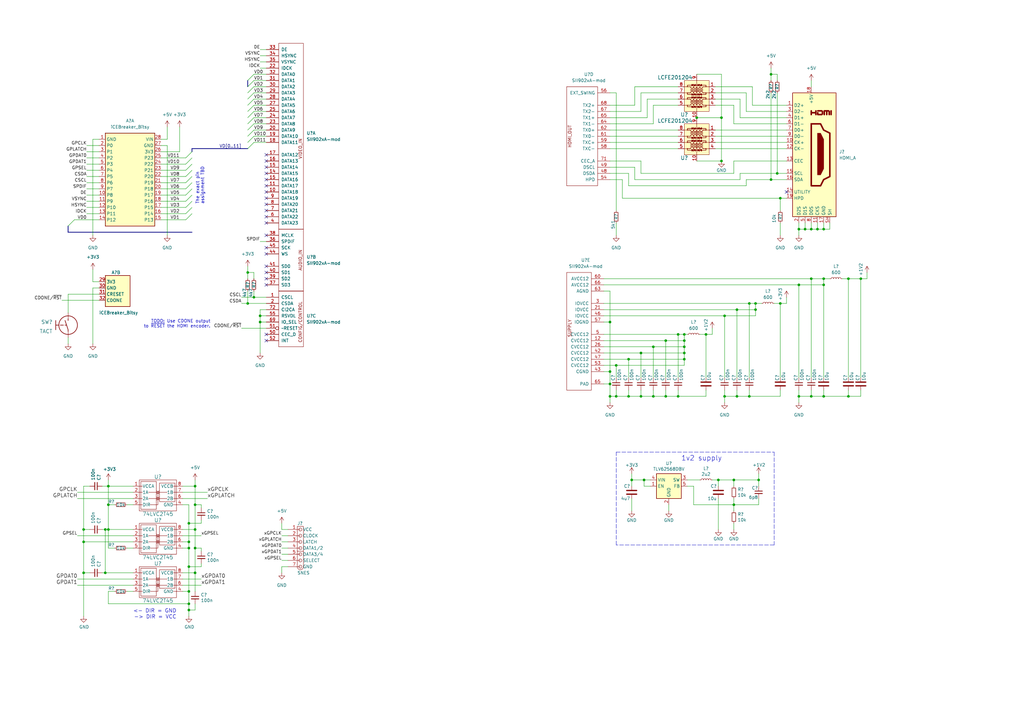
<source format=kicad_sch>
(kicad_sch (version 20210621) (generator eeschema)
  (paper "A3")
  (title_block (title "icedemo") (rev "V0.1a") (company "1BitSquared") (comment 1 "(C) 2021 1BitSquared <info@1bitsquared.com>") (comment 2 "(C) 2021 Piotr Esden-Tempski <piotr@1bitsquared.com>") (comment 3 "License: CC-BY-SA"))
  (junction (at 34.29 217.17) (diameter 0.9144))
  (junction (at 34.29 222.25) (diameter 0.9144))
  (junction (at 34.29 234.95) (diameter 0.9144))
  (junction (at 43.18 217.17) (diameter 0.9144))
  (junction (at 43.18 234.95) (diameter 0.9144))
  (junction (at 44.45 199.39) (diameter 0.9144))
  (junction (at 44.45 207.01) (diameter 0.9144))
  (junction (at 44.45 217.17) (diameter 0.9144))
  (junction (at 77.47 214.63) (diameter 0.9144))
  (junction (at 77.47 222.25) (diameter 0.9144))
  (junction (at 77.47 224.79) (diameter 0.9144))
  (junction (at 77.47 232.41) (diameter 0.9144))
  (junction (at 77.47 242.57) (diameter 0.9144))
  (junction (at 77.47 247.65) (diameter 0.9144))
  (junction (at 77.47 250.19) (diameter 0.9144))
  (junction (at 80.01 199.39) (diameter 0.9144))
  (junction (at 80.01 207.01) (diameter 0.9144))
  (junction (at 80.01 217.17) (diameter 0.9144))
  (junction (at 80.01 224.79) (diameter 0.9144))
  (junction (at 80.01 234.95) (diameter 0.9144))
  (junction (at 101.6 111.76) (diameter 0.9144))
  (junction (at 101.6 124.46) (diameter 0.9144))
  (junction (at 104.14 121.92) (diameter 0.9144))
  (junction (at 106.68 129.54) (diameter 0.9144))
  (junction (at 106.68 132.08) (diameter 0.9144))
  (junction (at 250.19 132.08) (diameter 0.9144))
  (junction (at 250.19 152.4) (diameter 0.9144))
  (junction (at 250.19 157.48) (diameter 0.9144))
  (junction (at 250.19 162.56) (diameter 0.9144))
  (junction (at 252.73 149.86) (diameter 0.9144))
  (junction (at 252.73 162.56) (diameter 0.9144))
  (junction (at 257.81 147.32) (diameter 0.9144))
  (junction (at 257.81 162.56) (diameter 0.9144))
  (junction (at 259.08 196.85) (diameter 0.9144))
  (junction (at 262.89 144.78) (diameter 0.9144))
  (junction (at 262.89 162.56) (diameter 0.9144))
  (junction (at 264.16 196.85) (diameter 0.9144))
  (junction (at 267.97 142.24) (diameter 0.9144))
  (junction (at 267.97 162.56) (diameter 0.9144))
  (junction (at 273.05 139.7) (diameter 0.9144))
  (junction (at 273.05 162.56) (diameter 0.9144))
  (junction (at 278.13 137.16) (diameter 0.9144))
  (junction (at 278.13 162.56) (diameter 0.9144))
  (junction (at 280.67 137.16) (diameter 0.9144))
  (junction (at 280.67 139.7) (diameter 0.9144))
  (junction (at 280.67 142.24) (diameter 0.9144))
  (junction (at 280.67 144.78) (diameter 0.9144))
  (junction (at 280.67 147.32) (diameter 0.9144))
  (junction (at 285.75 48.26) (diameter 0.9144))
  (junction (at 289.56 137.16) (diameter 0.9144))
  (junction (at 294.64 196.85) (diameter 0.9144))
  (junction (at 295.91 48.26) (diameter 0.9144))
  (junction (at 295.91 66.04) (diameter 0.9144))
  (junction (at 297.18 129.54) (diameter 0.9144))
  (junction (at 297.18 162.56) (diameter 0.9144))
  (junction (at 300.99 196.85) (diameter 0.9144))
  (junction (at 300.99 207.01) (diameter 0.9144))
  (junction (at 302.26 127) (diameter 0.9144))
  (junction (at 302.26 162.56) (diameter 0.9144))
  (junction (at 307.34 124.46) (diameter 0.9144))
  (junction (at 307.34 162.56) (diameter 0.9144))
  (junction (at 309.88 124.46) (diameter 0.9144))
  (junction (at 309.88 127) (diameter 0.9144))
  (junction (at 311.15 196.85) (diameter 0.9144))
  (junction (at 316.23 30.48) (diameter 0.9144))
  (junction (at 316.23 73.66) (diameter 0.9144))
  (junction (at 318.77 71.12) (diameter 0.9144))
  (junction (at 320.04 81.28) (diameter 0.9144))
  (junction (at 320.04 124.46) (diameter 0.9144))
  (junction (at 327.66 93.98) (diameter 0.9144))
  (junction (at 327.66 116.84) (diameter 0.9144))
  (junction (at 327.66 162.56) (diameter 0.9144))
  (junction (at 330.2 93.98) (diameter 0.9144))
  (junction (at 332.74 93.98) (diameter 0.9144))
  (junction (at 332.74 114.3) (diameter 0.9144))
  (junction (at 332.74 162.56) (diameter 0.9144))
  (junction (at 335.28 93.98) (diameter 0.9144))
  (junction (at 337.82 93.98) (diameter 0.9144))
  (junction (at 337.82 114.3) (diameter 0.9144))
  (junction (at 337.82 116.84) (diameter 0.9144))
  (junction (at 337.82 162.56) (diameter 0.9144))
  (junction (at 347.98 114.3) (diameter 0.9144))
  (junction (at 347.98 162.56) (diameter 0.9144))
  (junction (at 353.06 114.3) (diameter 0.9144))
  (no_connect (at 109.22 63.5))
  (no_connect (at 109.22 66.04))
  (no_connect (at 109.22 68.58))
  (no_connect (at 109.22 71.12))
  (no_connect (at 109.22 73.66))
  (no_connect (at 109.22 76.2))
  (no_connect (at 109.22 78.74))
  (no_connect (at 109.22 81.28))
  (no_connect (at 109.22 83.82))
  (no_connect (at 109.22 86.36))
  (no_connect (at 109.22 88.9))
  (no_connect (at 109.22 91.44))
  (no_connect (at 109.22 96.52))
  (no_connect (at 109.22 101.6))
  (no_connect (at 109.22 104.14))
  (no_connect (at 109.22 109.22))
  (no_connect (at 109.22 111.76))
  (no_connect (at 109.22 114.3))
  (no_connect (at 109.22 116.84))
  (no_connect (at 109.22 137.16))
  (no_connect (at 109.22 139.7))
  (no_connect (at 322.58 78.74))
  (bus_entry (at 27.94 92.71) (size 2.54 -2.54))
  (bus_entry (at 76.2 64.77) (size 2.54 -2.54))
  (bus_entry (at 76.2 67.31) (size 2.54 -2.54))
  (bus_entry (at 76.2 69.85) (size 2.54 -2.54))
  (bus_entry (at 76.2 72.39) (size 2.54 -2.54))
  (bus_entry (at 76.2 74.93) (size 2.54 -2.54))
  (bus_entry (at 76.2 77.47) (size 2.54 -2.54))
  (bus_entry (at 76.2 80.01) (size 2.54 -2.54))
  (bus_entry (at 76.2 82.55) (size 2.54 -2.54))
  (bus_entry (at 76.2 85.09) (size 2.54 -2.54))
  (bus_entry (at 76.2 87.63) (size 2.54 -2.54))
  (bus_entry (at 76.2 90.17) (size 2.54 -2.54))
  (bus_entry (at 101.6 33.02) (size 2.54 -2.54))
  (bus_entry (at 101.6 35.56) (size 2.54 -2.54))
  (bus_entry (at 101.6 38.1) (size 2.54 -2.54))
  (bus_entry (at 101.6 40.64) (size 2.54 -2.54))
  (bus_entry (at 101.6 43.18) (size 2.54 -2.54))
  (bus_entry (at 101.6 45.72) (size 2.54 -2.54))
  (bus_entry (at 101.6 48.26) (size 2.54 -2.54))
  (bus_entry (at 101.6 50.8) (size 2.54 -2.54))
  (bus_entry (at 101.6 53.34) (size 2.54 -2.54))
  (bus_entry (at 101.6 55.88) (size 2.54 -2.54))
  (bus_entry (at 101.6 58.42) (size 2.54 -2.54))
  (bus_entry (at 101.6 60.96) (size 2.54 -2.54))
  (wire (pts (xy 25.4 123.19) (xy 40.64 123.19)))
  (wire (pts (xy 27.94 120.65) (xy 27.94 128.27)))
  (wire (pts (xy 27.94 120.65) (xy 40.64 120.65)))
  (wire (pts (xy 27.94 138.43) (xy 27.94 140.97)))
  (wire (pts (xy 30.48 90.17) (xy 40.64 90.17)))
  (wire (pts (xy 34.29 199.39) (xy 34.29 217.17)))
  (wire (pts (xy 34.29 217.17) (xy 34.29 222.25)))
  (wire (pts (xy 34.29 222.25) (xy 34.29 234.95)))
  (wire (pts (xy 34.29 222.25) (xy 54.61 222.25)))
  (wire (pts (xy 34.29 234.95) (xy 34.29 252.73)))
  (wire (pts (xy 35.56 59.69) (xy 40.64 59.69)))
  (wire (pts (xy 35.56 62.23) (xy 40.64 62.23)))
  (wire (pts (xy 35.56 64.77) (xy 40.64 64.77)))
  (wire (pts (xy 35.56 67.31) (xy 40.64 67.31)))
  (wire (pts (xy 35.56 69.85) (xy 40.64 69.85)))
  (wire (pts (xy 35.56 72.39) (xy 40.64 72.39)))
  (wire (pts (xy 35.56 74.93) (xy 40.64 74.93)))
  (wire (pts (xy 35.56 77.47) (xy 40.64 77.47)))
  (wire (pts (xy 35.56 80.01) (xy 40.64 80.01)))
  (wire (pts (xy 35.56 82.55) (xy 40.64 82.55)))
  (wire (pts (xy 35.56 85.09) (xy 40.64 85.09)))
  (wire (pts (xy 35.56 87.63) (xy 40.64 87.63)))
  (wire (pts (xy 36.83 199.39) (xy 34.29 199.39)))
  (wire (pts (xy 36.83 217.17) (xy 34.29 217.17)))
  (wire (pts (xy 36.83 234.95) (xy 34.29 234.95)))
  (wire (pts (xy 38.1 57.15) (xy 38.1 96.52)))
  (wire (pts (xy 38.1 110.49) (xy 38.1 115.57)))
  (wire (pts (xy 38.1 118.11) (xy 38.1 140.97)))
  (wire (pts (xy 40.64 57.15) (xy 38.1 57.15)))
  (wire (pts (xy 40.64 115.57) (xy 38.1 115.57)))
  (wire (pts (xy 40.64 118.11) (xy 38.1 118.11)))
  (wire (pts (xy 41.91 199.39) (xy 44.45 199.39)))
  (wire (pts (xy 41.91 217.17) (xy 43.18 217.17)))
  (wire (pts (xy 41.91 234.95) (xy 43.18 234.95)))
  (wire (pts (xy 43.18 217.17) (xy 44.45 217.17)))
  (wire (pts (xy 43.18 234.95) (xy 43.18 217.17)))
  (wire (pts (xy 43.18 234.95) (xy 54.61 234.95)))
  (wire (pts (xy 44.45 196.85) (xy 44.45 199.39)))
  (wire (pts (xy 44.45 199.39) (xy 44.45 207.01)))
  (wire (pts (xy 44.45 199.39) (xy 54.61 199.39)))
  (wire (pts (xy 44.45 207.01) (xy 44.45 217.17)))
  (wire (pts (xy 44.45 217.17) (xy 44.45 224.79)))
  (wire (pts (xy 44.45 217.17) (xy 54.61 217.17)))
  (wire (pts (xy 44.45 242.57) (xy 44.45 247.65)))
  (wire (pts (xy 44.45 247.65) (xy 77.47 247.65)))
  (wire (pts (xy 46.99 207.01) (xy 44.45 207.01)))
  (wire (pts (xy 46.99 224.79) (xy 44.45 224.79)))
  (wire (pts (xy 46.99 242.57) (xy 44.45 242.57)))
  (wire (pts (xy 54.61 201.93) (xy 31.75 201.93)))
  (wire (pts (xy 54.61 204.47) (xy 31.75 204.47)))
  (wire (pts (xy 54.61 207.01) (xy 52.07 207.01)))
  (wire (pts (xy 54.61 219.71) (xy 31.75 219.71)))
  (wire (pts (xy 54.61 224.79) (xy 52.07 224.79)))
  (wire (pts (xy 54.61 237.49) (xy 31.75 237.49)))
  (wire (pts (xy 54.61 240.03) (xy 31.75 240.03)))
  (wire (pts (xy 54.61 242.57) (xy 52.07 242.57)))
  (wire (pts (xy 66.04 57.15) (xy 68.58 57.15)))
  (wire (pts (xy 66.04 62.23) (xy 73.66 62.23)))
  (wire (pts (xy 66.04 64.77) (xy 76.2 64.77)))
  (wire (pts (xy 66.04 67.31) (xy 76.2 67.31)))
  (wire (pts (xy 66.04 69.85) (xy 76.2 69.85)))
  (wire (pts (xy 66.04 72.39) (xy 76.2 72.39)))
  (wire (pts (xy 66.04 74.93) (xy 76.2 74.93)))
  (wire (pts (xy 66.04 77.47) (xy 76.2 77.47)))
  (wire (pts (xy 66.04 80.01) (xy 76.2 80.01)))
  (wire (pts (xy 66.04 82.55) (xy 76.2 82.55)))
  (wire (pts (xy 66.04 85.09) (xy 76.2 85.09)))
  (wire (pts (xy 66.04 87.63) (xy 76.2 87.63)))
  (wire (pts (xy 66.04 90.17) (xy 76.2 90.17)))
  (wire (pts (xy 68.58 52.07) (xy 68.58 57.15)))
  (wire (pts (xy 68.58 59.69) (xy 66.04 59.69)))
  (wire (pts (xy 68.58 96.52) (xy 68.58 59.69)))
  (wire (pts (xy 73.66 52.07) (xy 73.66 62.23)))
  (wire (pts (xy 74.93 199.39) (xy 80.01 199.39)))
  (wire (pts (xy 74.93 201.93) (xy 85.09 201.93)))
  (wire (pts (xy 74.93 204.47) (xy 85.09 204.47)))
  (wire (pts (xy 74.93 207.01) (xy 77.47 207.01)))
  (wire (pts (xy 74.93 217.17) (xy 80.01 217.17)))
  (wire (pts (xy 74.93 219.71) (xy 82.55 219.71)))
  (wire (pts (xy 74.93 222.25) (xy 77.47 222.25)))
  (wire (pts (xy 74.93 224.79) (xy 77.47 224.79)))
  (wire (pts (xy 74.93 234.95) (xy 80.01 234.95)))
  (wire (pts (xy 74.93 237.49) (xy 82.55 237.49)))
  (wire (pts (xy 74.93 240.03) (xy 82.55 240.03)))
  (wire (pts (xy 74.93 242.57) (xy 77.47 242.57)))
  (wire (pts (xy 77.47 207.01) (xy 77.47 214.63)))
  (wire (pts (xy 77.47 214.63) (xy 77.47 222.25)))
  (wire (pts (xy 77.47 222.25) (xy 77.47 224.79)))
  (wire (pts (xy 77.47 224.79) (xy 77.47 232.41)))
  (wire (pts (xy 77.47 232.41) (xy 77.47 242.57)))
  (wire (pts (xy 77.47 242.57) (xy 77.47 247.65)))
  (wire (pts (xy 77.47 247.65) (xy 77.47 250.19)))
  (wire (pts (xy 77.47 250.19) (xy 77.47 252.73)))
  (wire (pts (xy 80.01 196.85) (xy 80.01 199.39)))
  (wire (pts (xy 80.01 199.39) (xy 80.01 207.01)))
  (wire (pts (xy 80.01 207.01) (xy 80.01 217.17)))
  (wire (pts (xy 80.01 207.01) (xy 82.55 207.01)))
  (wire (pts (xy 80.01 217.17) (xy 80.01 224.79)))
  (wire (pts (xy 80.01 224.79) (xy 80.01 234.95)))
  (wire (pts (xy 80.01 234.95) (xy 80.01 242.57)))
  (wire (pts (xy 80.01 247.65) (xy 80.01 250.19)))
  (wire (pts (xy 80.01 250.19) (xy 77.47 250.19)))
  (wire (pts (xy 82.55 207.01) (xy 82.55 208.28)))
  (wire (pts (xy 82.55 213.36) (xy 82.55 214.63)))
  (wire (pts (xy 82.55 214.63) (xy 77.47 214.63)))
  (wire (pts (xy 82.55 224.79) (xy 80.01 224.79)))
  (wire (pts (xy 82.55 226.06) (xy 82.55 224.79)))
  (wire (pts (xy 82.55 231.14) (xy 82.55 232.41)))
  (wire (pts (xy 82.55 232.41) (xy 77.47 232.41)))
  (wire (pts (xy 99.06 121.92) (xy 104.14 121.92)))
  (wire (pts (xy 99.06 124.46) (xy 101.6 124.46)))
  (wire (pts (xy 99.06 134.62) (xy 109.22 134.62)))
  (wire (pts (xy 101.6 109.22) (xy 101.6 111.76)))
  (wire (pts (xy 101.6 111.76) (xy 101.6 114.3)))
  (wire (pts (xy 101.6 111.76) (xy 104.14 111.76)))
  (wire (pts (xy 101.6 119.38) (xy 101.6 124.46)))
  (wire (pts (xy 101.6 124.46) (xy 109.22 124.46)))
  (wire (pts (xy 104.14 30.48) (xy 109.22 30.48)))
  (wire (pts (xy 104.14 33.02) (xy 109.22 33.02)))
  (wire (pts (xy 104.14 35.56) (xy 109.22 35.56)))
  (wire (pts (xy 104.14 38.1) (xy 109.22 38.1)))
  (wire (pts (xy 104.14 40.64) (xy 109.22 40.64)))
  (wire (pts (xy 104.14 43.18) (xy 109.22 43.18)))
  (wire (pts (xy 104.14 45.72) (xy 109.22 45.72)))
  (wire (pts (xy 104.14 48.26) (xy 109.22 48.26)))
  (wire (pts (xy 104.14 50.8) (xy 109.22 50.8)))
  (wire (pts (xy 104.14 53.34) (xy 109.22 53.34)))
  (wire (pts (xy 104.14 55.88) (xy 109.22 55.88)))
  (wire (pts (xy 104.14 58.42) (xy 109.22 58.42)))
  (wire (pts (xy 104.14 114.3) (xy 104.14 111.76)))
  (wire (pts (xy 104.14 119.38) (xy 104.14 121.92)))
  (wire (pts (xy 104.14 121.92) (xy 109.22 121.92)))
  (wire (pts (xy 106.68 20.32) (xy 109.22 20.32)))
  (wire (pts (xy 106.68 22.86) (xy 109.22 22.86)))
  (wire (pts (xy 106.68 25.4) (xy 109.22 25.4)))
  (wire (pts (xy 106.68 27.94) (xy 109.22 27.94)))
  (wire (pts (xy 106.68 99.06) (xy 109.22 99.06)))
  (wire (pts (xy 106.68 127) (xy 106.68 129.54)))
  (wire (pts (xy 106.68 129.54) (xy 106.68 132.08)))
  (wire (pts (xy 106.68 129.54) (xy 109.22 129.54)))
  (wire (pts (xy 106.68 132.08) (xy 106.68 144.78)))
  (wire (pts (xy 106.68 132.08) (xy 109.22 132.08)))
  (wire (pts (xy 109.22 127) (xy 106.68 127)))
  (wire (pts (xy 115.57 214.63) (xy 115.57 217.17)))
  (wire (pts (xy 115.57 219.71) (xy 118.11 219.71)))
  (wire (pts (xy 115.57 222.25) (xy 118.11 222.25)))
  (wire (pts (xy 115.57 224.79) (xy 118.11 224.79)))
  (wire (pts (xy 115.57 227.33) (xy 118.11 227.33)))
  (wire (pts (xy 115.57 229.87) (xy 118.11 229.87)))
  (wire (pts (xy 115.57 232.41) (xy 115.57 234.95)))
  (wire (pts (xy 118.11 217.17) (xy 115.57 217.17)))
  (wire (pts (xy 118.11 232.41) (xy 115.57 232.41)))
  (wire (pts (xy 247.65 114.3) (xy 332.74 114.3)))
  (wire (pts (xy 247.65 116.84) (xy 327.66 116.84)))
  (wire (pts (xy 247.65 119.38) (xy 250.19 119.38)))
  (wire (pts (xy 247.65 124.46) (xy 307.34 124.46)))
  (wire (pts (xy 247.65 127) (xy 302.26 127)))
  (wire (pts (xy 247.65 129.54) (xy 297.18 129.54)))
  (wire (pts (xy 247.65 132.08) (xy 250.19 132.08)))
  (wire (pts (xy 247.65 137.16) (xy 278.13 137.16)))
  (wire (pts (xy 247.65 139.7) (xy 273.05 139.7)))
  (wire (pts (xy 247.65 142.24) (xy 267.97 142.24)))
  (wire (pts (xy 247.65 144.78) (xy 262.89 144.78)))
  (wire (pts (xy 247.65 147.32) (xy 257.81 147.32)))
  (wire (pts (xy 247.65 149.86) (xy 252.73 149.86)))
  (wire (pts (xy 247.65 152.4) (xy 250.19 152.4)))
  (wire (pts (xy 247.65 157.48) (xy 250.19 157.48)))
  (wire (pts (xy 250.19 38.1) (xy 252.73 38.1)))
  (wire (pts (xy 250.19 43.18) (xy 260.35 43.18)))
  (wire (pts (xy 250.19 45.72) (xy 262.89 45.72)))
  (wire (pts (xy 250.19 48.26) (xy 265.43 48.26)))
  (wire (pts (xy 250.19 50.8) (xy 267.97 50.8)))
  (wire (pts (xy 250.19 53.34) (xy 278.13 53.34)))
  (wire (pts (xy 250.19 55.88) (xy 278.13 55.88)))
  (wire (pts (xy 250.19 58.42) (xy 278.13 58.42)))
  (wire (pts (xy 250.19 60.96) (xy 278.13 60.96)))
  (wire (pts (xy 250.19 66.04) (xy 262.89 66.04)))
  (wire (pts (xy 250.19 68.58) (xy 260.35 68.58)))
  (wire (pts (xy 250.19 71.12) (xy 257.81 71.12)))
  (wire (pts (xy 250.19 73.66) (xy 255.27 73.66)))
  (wire (pts (xy 250.19 119.38) (xy 250.19 132.08)))
  (wire (pts (xy 250.19 132.08) (xy 250.19 152.4)))
  (wire (pts (xy 250.19 152.4) (xy 250.19 157.48)))
  (wire (pts (xy 250.19 157.48) (xy 250.19 162.56)))
  (wire (pts (xy 250.19 162.56) (xy 250.19 165.1)))
  (wire (pts (xy 252.73 86.36) (xy 252.73 38.1)))
  (wire (pts (xy 252.73 91.44) (xy 252.73 96.52)))
  (wire (pts (xy 252.73 149.86) (xy 252.73 154.94)))
  (wire (pts (xy 252.73 149.86) (xy 280.67 149.86)))
  (wire (pts (xy 252.73 160.02) (xy 252.73 162.56)))
  (wire (pts (xy 252.73 162.56) (xy 250.19 162.56)))
  (wire (pts (xy 252.73 162.56) (xy 257.81 162.56)))
  (wire (pts (xy 255.27 73.66) (xy 255.27 81.28)))
  (wire (pts (xy 255.27 81.28) (xy 320.04 81.28)))
  (wire (pts (xy 257.81 71.12) (xy 257.81 76.2)))
  (wire (pts (xy 257.81 76.2) (xy 306.07 76.2)))
  (wire (pts (xy 257.81 147.32) (xy 257.81 154.94)))
  (wire (pts (xy 257.81 147.32) (xy 280.67 147.32)))
  (wire (pts (xy 257.81 160.02) (xy 257.81 162.56)))
  (wire (pts (xy 257.81 162.56) (xy 262.89 162.56)))
  (wire (pts (xy 259.08 196.85) (xy 259.08 194.31)))
  (wire (pts (xy 259.08 199.39) (xy 259.08 196.85)))
  (wire (pts (xy 259.08 204.47) (xy 259.08 209.55)))
  (wire (pts (xy 260.35 35.56) (xy 278.13 35.56)))
  (wire (pts (xy 260.35 43.18) (xy 260.35 35.56)))
  (wire (pts (xy 260.35 68.58) (xy 260.35 73.66)))
  (wire (pts (xy 260.35 73.66) (xy 303.53 73.66)))
  (wire (pts (xy 262.89 38.1) (xy 278.13 38.1)))
  (wire (pts (xy 262.89 45.72) (xy 262.89 38.1)))
  (wire (pts (xy 262.89 66.04) (xy 262.89 71.12)))
  (wire (pts (xy 262.89 71.12) (xy 300.99 71.12)))
  (wire (pts (xy 262.89 144.78) (xy 262.89 154.94)))
  (wire (pts (xy 262.89 144.78) (xy 280.67 144.78)))
  (wire (pts (xy 262.89 160.02) (xy 262.89 162.56)))
  (wire (pts (xy 262.89 162.56) (xy 267.97 162.56)))
  (wire (pts (xy 264.16 196.85) (xy 259.08 196.85)))
  (wire (pts (xy 264.16 199.39) (xy 264.16 196.85)))
  (wire (pts (xy 265.43 40.64) (xy 278.13 40.64)))
  (wire (pts (xy 265.43 48.26) (xy 265.43 40.64)))
  (wire (pts (xy 266.7 196.85) (xy 264.16 196.85)))
  (wire (pts (xy 266.7 199.39) (xy 264.16 199.39)))
  (wire (pts (xy 267.97 43.18) (xy 278.13 43.18)))
  (wire (pts (xy 267.97 50.8) (xy 267.97 43.18)))
  (wire (pts (xy 267.97 142.24) (xy 267.97 154.94)))
  (wire (pts (xy 267.97 142.24) (xy 280.67 142.24)))
  (wire (pts (xy 267.97 160.02) (xy 267.97 162.56)))
  (wire (pts (xy 267.97 162.56) (xy 273.05 162.56)))
  (wire (pts (xy 273.05 139.7) (xy 273.05 154.94)))
  (wire (pts (xy 273.05 139.7) (xy 280.67 139.7)))
  (wire (pts (xy 273.05 160.02) (xy 273.05 162.56)))
  (wire (pts (xy 273.05 162.56) (xy 278.13 162.56)))
  (wire (pts (xy 274.32 207.01) (xy 274.32 209.55)))
  (wire (pts (xy 278.13 137.16) (xy 278.13 154.94)))
  (wire (pts (xy 278.13 137.16) (xy 280.67 137.16)))
  (wire (pts (xy 278.13 160.02) (xy 278.13 162.56)))
  (wire (pts (xy 278.13 162.56) (xy 289.56 162.56)))
  (wire (pts (xy 280.67 137.16) (xy 281.94 137.16)))
  (wire (pts (xy 280.67 139.7) (xy 280.67 137.16)))
  (wire (pts (xy 280.67 142.24) (xy 280.67 139.7)))
  (wire (pts (xy 280.67 144.78) (xy 280.67 142.24)))
  (wire (pts (xy 280.67 147.32) (xy 280.67 144.78)))
  (wire (pts (xy 280.67 149.86) (xy 280.67 147.32)))
  (wire (pts (xy 281.94 196.85) (xy 287.02 196.85)))
  (wire (pts (xy 284.48 199.39) (xy 281.94 199.39)))
  (wire (pts (xy 284.48 207.01) (xy 284.48 199.39)))
  (wire (pts (xy 285.75 30.48) (xy 295.91 30.48)))
  (wire (pts (xy 285.75 66.04) (xy 295.91 66.04)))
  (wire (pts (xy 287.02 137.16) (xy 289.56 137.16)))
  (wire (pts (xy 289.56 137.16) (xy 289.56 154.94)))
  (wire (pts (xy 289.56 137.16) (xy 292.1 137.16)))
  (wire (pts (xy 289.56 160.02) (xy 289.56 162.56)))
  (wire (pts (xy 292.1 134.62) (xy 292.1 137.16)))
  (wire (pts (xy 292.1 196.85) (xy 294.64 196.85)))
  (wire (pts (xy 293.37 35.56) (xy 308.61 35.56)))
  (wire (pts (xy 293.37 38.1) (xy 306.07 38.1)))
  (wire (pts (xy 293.37 40.64) (xy 303.53 40.64)))
  (wire (pts (xy 293.37 43.18) (xy 300.99 43.18)))
  (wire (pts (xy 293.37 53.34) (xy 322.58 53.34)))
  (wire (pts (xy 293.37 55.88) (xy 322.58 55.88)))
  (wire (pts (xy 293.37 58.42) (xy 322.58 58.42)))
  (wire (pts (xy 293.37 60.96) (xy 322.58 60.96)))
  (wire (pts (xy 294.64 196.85) (xy 294.64 199.39)))
  (wire (pts (xy 294.64 196.85) (xy 300.99 196.85)))
  (wire (pts (xy 294.64 204.47) (xy 294.64 217.17)))
  (wire (pts (xy 295.91 30.48) (xy 295.91 48.26)))
  (wire (pts (xy 295.91 48.26) (xy 285.75 48.26)))
  (wire (pts (xy 295.91 66.04) (xy 295.91 48.26)))
  (wire (pts (xy 297.18 129.54) (xy 297.18 154.94)))
  (wire (pts (xy 297.18 129.54) (xy 309.88 129.54)))
  (wire (pts (xy 297.18 160.02) (xy 297.18 162.56)))
  (wire (pts (xy 297.18 162.56) (xy 297.18 165.1)))
  (wire (pts (xy 300.99 43.18) (xy 300.99 50.8)))
  (wire (pts (xy 300.99 50.8) (xy 322.58 50.8)))
  (wire (pts (xy 300.99 66.04) (xy 322.58 66.04)))
  (wire (pts (xy 300.99 71.12) (xy 300.99 66.04)))
  (wire (pts (xy 300.99 196.85) (xy 300.99 199.39)))
  (wire (pts (xy 300.99 196.85) (xy 311.15 196.85)))
  (wire (pts (xy 300.99 204.47) (xy 300.99 207.01)))
  (wire (pts (xy 300.99 207.01) (xy 284.48 207.01)))
  (wire (pts (xy 300.99 207.01) (xy 300.99 209.55)))
  (wire (pts (xy 300.99 214.63) (xy 300.99 217.17)))
  (wire (pts (xy 302.26 127) (xy 302.26 154.94)))
  (wire (pts (xy 302.26 127) (xy 309.88 127)))
  (wire (pts (xy 302.26 160.02) (xy 302.26 162.56)))
  (wire (pts (xy 302.26 162.56) (xy 297.18 162.56)))
  (wire (pts (xy 303.53 40.64) (xy 303.53 48.26)))
  (wire (pts (xy 303.53 48.26) (xy 322.58 48.26)))
  (wire (pts (xy 303.53 71.12) (xy 318.77 71.12)))
  (wire (pts (xy 303.53 73.66) (xy 303.53 71.12)))
  (wire (pts (xy 306.07 38.1) (xy 306.07 45.72)))
  (wire (pts (xy 306.07 45.72) (xy 322.58 45.72)))
  (wire (pts (xy 306.07 73.66) (xy 316.23 73.66)))
  (wire (pts (xy 306.07 76.2) (xy 306.07 73.66)))
  (wire (pts (xy 307.34 124.46) (xy 307.34 154.94)))
  (wire (pts (xy 307.34 124.46) (xy 309.88 124.46)))
  (wire (pts (xy 307.34 160.02) (xy 307.34 162.56)))
  (wire (pts (xy 307.34 162.56) (xy 302.26 162.56)))
  (wire (pts (xy 307.34 162.56) (xy 320.04 162.56)))
  (wire (pts (xy 308.61 35.56) (xy 308.61 43.18)))
  (wire (pts (xy 308.61 43.18) (xy 322.58 43.18)))
  (wire (pts (xy 309.88 124.46) (xy 312.42 124.46)))
  (wire (pts (xy 309.88 127) (xy 309.88 124.46)))
  (wire (pts (xy 309.88 129.54) (xy 309.88 127)))
  (wire (pts (xy 311.15 196.85) (xy 311.15 194.31)))
  (wire (pts (xy 311.15 196.85) (xy 311.15 199.39)))
  (wire (pts (xy 311.15 204.47) (xy 311.15 207.01)))
  (wire (pts (xy 311.15 207.01) (xy 300.99 207.01)))
  (wire (pts (xy 316.23 27.94) (xy 316.23 30.48)))
  (wire (pts (xy 316.23 30.48) (xy 316.23 33.02)))
  (wire (pts (xy 316.23 38.1) (xy 316.23 73.66)))
  (wire (pts (xy 316.23 73.66) (xy 322.58 73.66)))
  (wire (pts (xy 317.5 124.46) (xy 320.04 124.46)))
  (wire (pts (xy 318.77 30.48) (xy 316.23 30.48)))
  (wire (pts (xy 318.77 33.02) (xy 318.77 30.48)))
  (wire (pts (xy 318.77 38.1) (xy 318.77 71.12)))
  (wire (pts (xy 318.77 71.12) (xy 322.58 71.12)))
  (wire (pts (xy 320.04 81.28) (xy 320.04 86.36)))
  (wire (pts (xy 320.04 81.28) (xy 322.58 81.28)))
  (wire (pts (xy 320.04 91.44) (xy 320.04 96.52)))
  (wire (pts (xy 320.04 124.46) (xy 322.58 124.46)))
  (wire (pts (xy 320.04 154.94) (xy 320.04 124.46)))
  (wire (pts (xy 320.04 162.56) (xy 320.04 160.02)))
  (wire (pts (xy 322.58 121.92) (xy 322.58 124.46)))
  (wire (pts (xy 327.66 91.44) (xy 327.66 93.98)))
  (wire (pts (xy 327.66 93.98) (xy 327.66 96.52)))
  (wire (pts (xy 327.66 116.84) (xy 327.66 154.94)))
  (wire (pts (xy 327.66 116.84) (xy 337.82 116.84)))
  (wire (pts (xy 327.66 160.02) (xy 327.66 162.56)))
  (wire (pts (xy 327.66 162.56) (xy 327.66 165.1)))
  (wire (pts (xy 330.2 91.44) (xy 330.2 93.98)))
  (wire (pts (xy 330.2 93.98) (xy 327.66 93.98)))
  (wire (pts (xy 332.74 33.02) (xy 332.74 35.56)))
  (wire (pts (xy 332.74 91.44) (xy 332.74 93.98)))
  (wire (pts (xy 332.74 93.98) (xy 330.2 93.98)))
  (wire (pts (xy 332.74 114.3) (xy 332.74 154.94)))
  (wire (pts (xy 332.74 160.02) (xy 332.74 162.56)))
  (wire (pts (xy 332.74 162.56) (xy 327.66 162.56)))
  (wire (pts (xy 335.28 91.44) (xy 335.28 93.98)))
  (wire (pts (xy 335.28 93.98) (xy 332.74 93.98)))
  (wire (pts (xy 337.82 91.44) (xy 337.82 93.98)))
  (wire (pts (xy 337.82 93.98) (xy 335.28 93.98)))
  (wire (pts (xy 337.82 114.3) (xy 332.74 114.3)))
  (wire (pts (xy 337.82 114.3) (xy 340.36 114.3)))
  (wire (pts (xy 337.82 116.84) (xy 337.82 114.3)))
  (wire (pts (xy 337.82 116.84) (xy 337.82 154.94)))
  (wire (pts (xy 337.82 160.02) (xy 337.82 162.56)))
  (wire (pts (xy 337.82 162.56) (xy 332.74 162.56)))
  (wire (pts (xy 340.36 91.44) (xy 340.36 93.98)))
  (wire (pts (xy 340.36 93.98) (xy 337.82 93.98)))
  (wire (pts (xy 345.44 114.3) (xy 347.98 114.3)))
  (wire (pts (xy 347.98 114.3) (xy 347.98 154.94)))
  (wire (pts (xy 347.98 114.3) (xy 353.06 114.3)))
  (wire (pts (xy 347.98 160.02) (xy 347.98 162.56)))
  (wire (pts (xy 347.98 162.56) (xy 337.82 162.56)))
  (wire (pts (xy 353.06 114.3) (xy 353.06 154.94)))
  (wire (pts (xy 353.06 114.3) (xy 355.6 114.3)))
  (wire (pts (xy 353.06 160.02) (xy 353.06 162.56)))
  (wire (pts (xy 353.06 162.56) (xy 347.98 162.56)))
  (wire (pts (xy 355.6 111.76) (xy 355.6 114.3)))
  (bus (pts (xy 27.94 92.71) (xy 27.94 95.25)))
  (bus (pts (xy 27.94 95.25) (xy 78.74 95.25)))
  (bus (pts (xy 78.74 60.96) (xy 78.74 95.25)))
  (bus (pts (xy 78.74 60.96) (xy 101.6 60.96)))
  (bus (pts (xy 101.6 33.02) (xy 101.6 60.96)))
  (polyline (pts (xy 252.73 185.42) (xy 317.5 185.42)) (stroke (width 0) (type dash)))
  (polyline (pts (xy 252.73 223.52) (xy 252.73 185.42)) (stroke (width 0) (type dash)))
  (polyline (pts (xy 317.5 185.42) (xy 317.5 223.52)) (stroke (width 0) (type dash)))
  (polyline (pts (xy 317.5 223.52) (xy 252.73 223.52)) (stroke (width 0) (type dash)))
  (text "<- DIR = GND\n-> DIR = VCC" (at 72.39 254 180) (effects (font (size 1.524 1.524)) (justify right bottom)))
  (text "The exact pin\nassignment TBD" (at 83.82 83.82 90) (effects (font (size 1.27 1.27)) (justify left bottom)))
  (text "TODO: Use CDONE output\nto ~{RESET} the HDMI encoder." (at 86.36 134.62 0) (effects (font (size 1.27 1.27)) (justify right bottom)))
  (text "1v2 supply" (at 279.4 189.23 0) (effects (font (size 2.0066 2.0066)) (justify left bottom)))
  (label "CDONE{slash}~{RST}" (at 25.4 123.19 180))
  (label "GPCLK" (at 31.75 201.93 180) (effects (font (size 1.524 1.524))))
  (label "GPLATCH" (at 31.75 204.47 180) (effects (font (size 1.524 1.524))))
  (label "GPSEL" (at 31.75 219.71 180))
  (label "GPDAT0" (at 31.75 237.49 180) (effects (font (size 1.524 1.524))))
  (label "GPDAT1" (at 31.75 240.03 180) (effects (font (size 1.524 1.524))))
  (label "GPCLK" (at 35.56 59.69 180))
  (label "GPLATCH" (at 35.56 62.23 180))
  (label "GPDAT0" (at 35.56 64.77 180))
  (label "GPDAT1" (at 35.56 67.31 180))
  (label "GPSEL" (at 35.56 69.85 180))
  (label "CSDA" (at 35.56 72.39 180))
  (label "CSCL" (at 35.56 74.93 180))
  (label "SPDIF" (at 35.56 77.47 180))
  (label "DE" (at 35.56 80.01 180))
  (label "VSYNC" (at 35.56 82.55 180))
  (label "HSYNC" (at 35.56 85.09 180))
  (label "IDCK" (at 35.56 87.63 180))
  (label "VD0" (at 35.56 90.17 180))
  (label "VD11" (at 73.66 64.77 180))
  (label "VD10" (at 73.66 67.31 180))
  (label "VD9" (at 73.66 69.85 180))
  (label "VD8" (at 73.66 72.39 180))
  (label "VD7" (at 73.66 74.93 180))
  (label "VD6" (at 73.66 77.47 180))
  (label "VD5" (at 73.66 80.01 180))
  (label "VD4" (at 73.66 82.55 180))
  (label "VD3" (at 73.66 85.09 180))
  (label "VD2" (at 73.66 87.63 180))
  (label "VD1" (at 73.66 90.17 180))
  (label "xGPSEL" (at 82.55 219.71 0))
  (label "xGPDAT0" (at 82.55 237.49 0) (effects (font (size 1.524 1.524))))
  (label "xGPDAT1" (at 82.55 240.03 0) (effects (font (size 1.524 1.524))))
  (label "xGPCLK" (at 85.09 201.93 0) (effects (font (size 1.524 1.524))))
  (label "xGPLATCH" (at 85.09 204.47 0) (effects (font (size 1.524 1.524))))
  (label "VD[0..11]" (at 99.06 60.96 180))
  (label "CSCL" (at 99.06 121.92 180))
  (label "CSDA" (at 99.06 124.46 180))
  (label "CDONE{slash}~{RST}" (at 99.06 134.62 180))
  (label "VD0" (at 104.14 30.48 0))
  (label "VD1" (at 104.14 33.02 0))
  (label "VD2" (at 104.14 35.56 0))
  (label "VD3" (at 104.14 38.1 0))
  (label "VD4" (at 104.14 40.64 0))
  (label "VD5" (at 104.14 43.18 0))
  (label "VD6" (at 104.14 45.72 0))
  (label "VD7" (at 104.14 48.26 0))
  (label "VD8" (at 104.14 50.8 0))
  (label "VD9" (at 104.14 53.34 0))
  (label "VD10" (at 104.14 55.88 0))
  (label "VD11" (at 104.14 58.42 0))
  (label "DE" (at 106.68 20.32 180))
  (label "VSYNC" (at 106.68 22.86 180))
  (label "HSYNC" (at 106.68 25.4 180))
  (label "IDCK" (at 106.68 27.94 180))
  (label "SPDIF" (at 106.68 99.06 180))
  (label "xGPCLK" (at 115.57 219.71 180))
  (label "xGPLATCH" (at 115.57 222.25 180))
  (label "xGPDAT0" (at 115.57 224.79 180))
  (label "xGPDAT1" (at 115.57 227.33 180))
  (label "xGPSEL" (at 115.57 229.87 180))
  (symbol (lib_id "power:+3V3") (at 38.1 110.49 0) (unit 1)
    (property "Reference" "#PWR?" (effects hide))
    (property "Value" "+3V3" (at 38.1 105.41 0))
  )
  (symbol (lib_id "power:+3V3") (at 44.45 196.85 0) (unit 1)
    (property "Reference" "#PWR?" (effects hide))
    (property "Value" "+3V3" (at 44.9072 192.4304 0))
  )
  (symbol (lib_id "power:+5V") (at 68.58 52.07 0) (unit 1)
    (property "Reference" "#PWR?" (effects hide))
    (property "Value" "+5V" (at 68.58 46.99 0))
  )
  (symbol (lib_id "power:+3V3") (at 73.66 52.07 0) (unit 1)
    (property "Reference" "#PWR?" (effects hide))
    (property "Value" "+3V3" (at 73.66 46.99 0))
  )
  (symbol (lib_id "power:+5V") (at 80.01 196.85 0) (unit 1)
    (property "Reference" "#PWR?" (effects hide))
    (property "Value" "+5V" (at 80.01 191.77 0))
  )
  (symbol (lib_id "power:+3V3") (at 101.6 109.22 0) (unit 1)
    (property "Reference" "#PWR?" (effects hide))
    (property "Value" "+3V3" (at 101.6 104.14 0))
  )
  (symbol (lib_id "power:+5V") (at 115.57 214.63 0) (unit 1)
    (property "Reference" "#PWR?" (effects hide))
    (property "Value" "+5V" (at 115.57 209.55 0))
  )
  (symbol (lib_id "power:+3V3") (at 259.08 194.31 0) (unit 1)
    (property "Reference" "#PWR?" (effects hide))
    (property "Value" "+3V3" (at 259.08 190.754 0))
    (property "Source" "ANY" (effects hide))
  )
  (symbol (lib_id "power:+1V2") (at 292.1 134.62 0) (unit 1)
    (property "Reference" "#PWR?" (effects hide))
    (property "Value" "+1V2" (at 289.56 133.35 90))
  )
  (symbol (lib_id "power:+1V2") (at 311.15 194.31 0) (unit 1)
    (property "Reference" "#PWR?" (effects hide))
    (property "Value" "+1V2" (at 308.61 190.6904 0) (effects (justify left)))
  )
  (symbol (lib_id "power:+5V") (at 316.23 27.94 0) (unit 1)
    (property "Reference" "#PWR?" (effects hide))
    (property "Value" "+5V" (at 316.23 22.86 0))
  )
  (symbol (lib_id "power:+3V3") (at 322.58 121.92 0) (unit 1)
    (property "Reference" "#PWR?" (effects hide))
    (property "Value" "+3V3" (at 320.04 120.65 90))
  )
  (symbol (lib_id "power:+5V") (at 332.74 33.02 0) (unit 1)
    (property "Reference" "#PWR?" (effects hide))
    (property "Value" "+5V" (at 332.74 27.94 0))
  )
  (symbol (lib_id "power:+1V2") (at 355.6 111.76 0) (unit 1)
    (property "Reference" "#PWR?" (effects hide))
    (property "Value" "+1V2" (at 353.06 110.49 90))
  )
  (symbol (lib_id "pkl_device:pkl_L_Small") (at 284.48 137.16 90) (unit 1)
    (property "Reference" "L?" (at 284.48 132.08 90))
    (property "Value" "600" (at 284.48 134.62 90))
    (property "Footprint" "pkl_dipol:L_0402" (effects hide))
  )
  (symbol (lib_id "pkl_device:pkl_L_Small") (at 289.56 196.85 90) (unit 1)
    (property "Reference" "L?" (at 289.56 192.151 90))
    (property "Value" "2u2" (at 289.56 194.4624 90))
    (property "Footprint" "pkl_dipol:L_0805" (effects hide))
    (property "1b2-bom-key" "ind-0805-2u2" (effects hide))
  )
  (symbol (lib_id "pkl_device:pkl_L_Small") (at 314.96 124.46 90) (unit 1)
    (property "Reference" "L?" (at 314.96 119.38 90))
    (property "Value" "600" (at 314.96 121.92 90))
    (property "Footprint" "pkl_dipol:L_0402" (effects hide))
  )
  (symbol (lib_id "pkl_device:pkl_L_Small") (at 342.9 114.3 90) (unit 1)
    (property "Reference" "L?" (at 342.9 109.22 90))
    (property "Value" "600" (at 342.9 111.76 90))
    (property "Footprint" "pkl_dipol:L_0402" (effects hide))
  )
  (symbol (lib_id "power:GND") (at 27.94 140.97 0) (unit 1)
    (property "Reference" "#PWR?" (effects hide))
    (property "Value" "GND" (at 27.94 146.05 0))
  )
  (symbol (lib_id "power:GND") (at 34.29 252.73 0) (unit 1)
    (property "Reference" "#PWR?" (effects hide))
    (property "Value" "GND" (at 34.4932 257.1496 0))
  )
  (symbol (lib_id "power:GND") (at 38.1 96.52 0) (unit 1)
    (property "Reference" "#PWR?" (effects hide))
    (property "Value" "GND" (at 38.1 101.6 0))
  )
  (symbol (lib_id "power:GND") (at 38.1 140.97 0) (unit 1)
    (property "Reference" "#PWR?" (effects hide))
    (property "Value" "GND" (at 38.1 146.05 0))
  )
  (symbol (lib_id "power:GND") (at 68.58 96.52 0) (unit 1)
    (property "Reference" "#PWR?" (effects hide))
    (property "Value" "GND" (at 68.58 101.6 0))
  )
  (symbol (lib_id "power:GND") (at 77.47 252.73 0) (unit 1)
    (property "Reference" "#PWR?" (effects hide))
    (property "Value" "GND" (at 77.6732 257.1496 0))
  )
  (symbol (lib_id "power:GND") (at 106.68 144.78 0) (unit 1)
    (property "Reference" "#PWR?" (effects hide))
    (property "Value" "GND" (at 106.68 149.86 0))
  )
  (symbol (lib_id "power:GND") (at 115.57 234.95 0) (unit 1)
    (property "Reference" "#PWR?" (effects hide))
    (property "Value" "GND" (at 115.57 240.03 0))
  )
  (symbol (lib_id "power:GND") (at 250.19 165.1 0) (unit 1)
    (property "Reference" "#PWR?" (effects hide))
    (property "Value" "GND" (at 250.19 170.18 0))
  )
  (symbol (lib_id "power:GND") (at 252.73 96.52 0) (unit 1)
    (property "Reference" "#PWR?" (effects hide))
    (property "Value" "GND" (at 252.73 101.6 0))
  )
  (symbol (lib_id "power:GND") (at 259.08 209.55 0) (unit 1)
    (property "Reference" "#PWR?" (effects hide))
    (property "Value" "GND" (at 259.08 213.36 0))
    (property "Source" "ANY" (effects hide))
  )
  (symbol (lib_id "power:GND") (at 274.32 209.55 0) (unit 1)
    (property "Reference" "#PWR?" (effects hide))
    (property "Value" "GND" (at 274.32 213.36 0))
    (property "Source" "ANY" (effects hide))
  )
  (symbol (lib_id "power:GND") (at 294.64 217.17 0) (unit 1)
    (property "Reference" "#PWR?" (effects hide))
    (property "Value" "GND" (at 294.64 220.98 0))
    (property "Source" "ANY" (effects hide))
  )
  (symbol (lib_id "power:GND") (at 295.91 66.04 0) (unit 1)
    (property "Reference" "#PWR?" (effects hide))
    (property "Value" "GND" (at 295.91 69.85 0))
  )
  (symbol (lib_id "power:GND") (at 297.18 165.1 0) (unit 1)
    (property "Reference" "#PWR?" (effects hide))
    (property "Value" "GND" (at 297.18 170.18 0))
  )
  (symbol (lib_id "power:GND") (at 300.99 217.17 0) (unit 1)
    (property "Reference" "#PWR?" (effects hide))
    (property "Value" "GND" (at 300.99 220.98 0))
    (property "Source" "ANY" (effects hide))
  )
  (symbol (lib_id "power:GND") (at 320.04 96.52 0) (unit 1)
    (property "Reference" "#PWR?" (effects hide))
    (property "Value" "GND" (at 320.04 101.6 0))
  )
  (symbol (lib_id "power:GND") (at 327.66 96.52 0) (unit 1)
    (property "Reference" "#PWR?" (effects hide))
    (property "Value" "GND" (at 327.66 101.6 0))
  )
  (symbol (lib_id "power:GND") (at 327.66 165.1 0) (unit 1)
    (property "Reference" "#PWR?" (effects hide))
    (property "Value" "GND" (at 327.66 170.18 0))
  )
  (symbol (lib_id "pkl_device:pkl_R_Small") (at 49.53 207.01 270) (unit 1)
    (property "Reference" "R?" (at 46.99 205.74 90) (effects (justify right)))
    (property "Value" "10k" (at 49.53 207.01 90))
    (property "Footprint" "pkl_dipol:R_0402" (effects hide))
    (property "Key" "res-0402-10k" (effects hide))
  )
  (symbol (lib_id "pkl_device:pkl_R_Small") (at 49.53 224.79 270) (unit 1)
    (property "Reference" "R?" (at 46.99 223.52 90) (effects (justify right)))
    (property "Value" "10k" (at 49.53 224.79 90))
    (property "Footprint" "pkl_dipol:R_0402" (effects hide))
    (property "Key" "res-0402-10k" (effects hide))
  )
  (symbol (lib_id "pkl_device:pkl_R_Small") (at 49.53 242.57 270) (unit 1)
    (property "Reference" "R?" (at 46.99 241.3 90) (effects (justify right)))
    (property "Value" "10k" (at 49.53 242.57 90))
    (property "Footprint" "pkl_dipol:R_0402" (effects hide))
    (property "Key" "res-0402-10k" (effects hide))
  )
  (symbol (lib_id "pkl_device:pkl_R_Small") (at 101.6 116.84 0) (unit 1)
    (property "Reference" "R?" (at 101.6 118.1099 90) (effects (justify left)))
    (property "Value" "4k7" (at 100.33 121.9199 90) (effects (justify left)))
    (property "Footprint" "pkl_dipol:R_0402" (effects hide))
  )
  (symbol (lib_id "pkl_device:pkl_R_Small") (at 104.14 116.84 0) (unit 1)
    (property "Reference" "R?" (at 104.14 118.1099 90) (effects (justify left)))
    (property "Value" "4k7" (at 102.87 121.9199 90) (effects (justify left)))
    (property "Footprint" "pkl_dipol:R_0402" (effects hide))
  )
  (symbol (lib_id "pkl_device:pkl_R_Small") (at 252.73 88.9 0) (unit 1)
    (property "Reference" "R?" (at 252.73 90.1699 90) (effects (justify left)))
    (property "Value" "5k1" (at 251.46 93.9799 90) (effects (justify left)))
    (property "Footprint" "pkl_dipol:R_0402" (effects hide))
  )
  (symbol (lib_id "pkl_device:pkl_R_Small") (at 300.99 201.93 0) (unit 1)
    (property "Reference" "R?" (at 302.4886 200.7616 0) (effects (justify left)))
    (property "Value" "10k" (at 302.4886 203.073 0) (effects (justify left)))
    (property "Footprint" "pkl_dipol:R_0402" (effects hide))
    (property "1b2-bom-key" "res-0402-20k" (effects hide))
  )
  (symbol (lib_id "pkl_device:pkl_R_Small") (at 300.99 212.09 0) (unit 1)
    (property "Reference" "R?" (at 302.4886 210.9216 0) (effects (justify left)))
    (property "Value" "10k" (at 302.4886 213.233 0) (effects (justify left)))
    (property "Footprint" "pkl_dipol:R_0402" (effects hide))
    (property "1b2-bom-key" "res-0402-10k" (effects hide))
  )
  (symbol (lib_id "pkl_device:pkl_R_Small") (at 316.23 35.56 0) (unit 1)
    (property "Reference" "R?" (at 316.23 36.8299 90) (effects (justify left)))
    (property "Value" "2k2" (at 314.96 40.6399 90) (effects (justify left)))
    (property "Footprint" "pkl_dipol:R_0402" (effects hide))
  )
  (symbol (lib_id "pkl_device:pkl_R_Small") (at 318.77 35.56 0) (unit 1)
    (property "Reference" "R?" (at 318.77 36.8299 90) (effects (justify left)))
    (property "Value" "2k2" (at 317.5 40.6399 90) (effects (justify left)))
    (property "Footprint" "pkl_dipol:R_0402" (effects hide))
  )
  (symbol (lib_id "pkl_device:pkl_R_Small") (at 320.04 88.9 0) (unit 1)
    (property "Reference" "R?" (at 320.04 90.1699 90) (effects (justify left)))
    (property "Value" "10k" (at 317.5 91.4399 90) (effects (justify left)))
    (property "Footprint" "pkl_dipol:R_0402" (effects hide))
  )
  (symbol (lib_id "pkl_device:pkl_C_Small") (at 39.37 199.39 270) (mirror x) (unit 1)
    (property "Reference" "C?" (at 40.5384 197.0532 0) (effects (justify left)))
    (property "Value" "100n" (at 38.2016 197.0532 0) (effects (justify left)))
    (property "Footprint" "pkl_dipol:C_0402" (effects hide))
    (property "Key" "cap-cer-0402-100n" (effects hide))
    (property "Package ID" "0402" (effects hide))
    (property "Source" "ANY" (effects hide))
  )
  (symbol (lib_id "pkl_device:pkl_C_Small") (at 39.37 217.17 270) (mirror x) (unit 1)
    (property "Reference" "C?" (at 40.5384 214.8332 0) (effects (justify left)))
    (property "Value" "100n" (at 38.2016 214.8332 0) (effects (justify left)))
    (property "Footprint" "pkl_dipol:C_0402" (effects hide))
    (property "Key" "cap-cer-0402-100n" (effects hide))
    (property "Package ID" "0402" (effects hide))
    (property "Source" "ANY" (effects hide))
  )
  (symbol (lib_id "pkl_device:pkl_C_Small") (at 39.37 234.95 270) (mirror x) (unit 1)
    (property "Reference" "C?" (at 40.5384 232.6132 0) (effects (justify left)))
    (property "Value" "100n" (at 38.2016 232.6132 0) (effects (justify left)))
    (property "Footprint" "pkl_dipol:C_0402" (effects hide))
    (property "Key" "cap-cer-0402-100n" (effects hide))
    (property "Package ID" "0402" (effects hide))
    (property "Source" "ANY" (effects hide))
  )
  (symbol (lib_id "pkl_device:pkl_C_Small") (at 80.01 245.11 0) (unit 1)
    (property "Reference" "C?" (at 82.3468 243.9416 0) (effects (justify left)))
    (property "Value" "100n" (at 82.3468 246.2784 0) (effects (justify left)))
    (property "Footprint" "pkl_dipol:C_0402" (effects hide))
    (property "Key" "cap-cer-0402-100n" (effects hide))
    (property "Package ID" "0402" (effects hide))
    (property "Source" "ANY" (effects hide))
  )
  (symbol (lib_id "pkl_device:pkl_C_Small") (at 82.55 210.82 0) (unit 1)
    (property "Reference" "C?" (at 84.8868 209.6516 0) (effects (justify left)))
    (property "Value" "100n" (at 84.8868 211.9884 0) (effects (justify left)))
    (property "Footprint" "pkl_dipol:C_0402" (effects hide))
    (property "Key" "cap-cer-0402-100n" (effects hide))
    (property "Package ID" "0402" (effects hide))
    (property "Source" "ANY" (effects hide))
  )
  (symbol (lib_id "pkl_device:pkl_C_Small") (at 82.55 228.6 0) (unit 1)
    (property "Reference" "C?" (at 84.8868 227.4316 0) (effects (justify left)))
    (property "Value" "100n" (at 84.8868 229.7684 0) (effects (justify left)))
    (property "Footprint" "pkl_dipol:C_0402" (effects hide))
    (property "Key" "cap-cer-0402-100n" (effects hide))
    (property "Package ID" "0402" (effects hide))
    (property "Source" "ANY" (effects hide))
  )
  (symbol (lib_id "pkl_device:pkl_C_Small") (at 252.73 157.48 0) (unit 1)
    (property "Reference" "C?" (at 251.46 156.2099 90) (effects (justify left)))
    (property "Value" "100n" (at 254 156.2099 90) (effects (justify left)))
    (property "Footprint" "pkl_dipol:C_0402" (effects hide))
  )
  (symbol (lib_id "pkl_device:pkl_C_Small") (at 257.81 157.48 0) (unit 1)
    (property "Reference" "C?" (at 256.54 156.2099 90) (effects (justify left)))
    (property "Value" "100n" (at 259.08 156.2099 90) (effects (justify left)))
    (property "Footprint" "pkl_dipol:C_0402" (effects hide))
  )
  (symbol (lib_id "pkl_device:pkl_C_Small") (at 262.89 157.48 0) (unit 1)
    (property "Reference" "C?" (at 261.62 156.2099 90) (effects (justify left)))
    (property "Value" "100n" (at 264.16 156.2099 90) (effects (justify left)))
    (property "Footprint" "pkl_dipol:C_0402" (effects hide))
  )
  (symbol (lib_id "pkl_device:pkl_C_Small") (at 267.97 157.48 0) (unit 1)
    (property "Reference" "C?" (at 266.7 156.2099 90) (effects (justify left)))
    (property "Value" "100n" (at 269.24 156.2099 90) (effects (justify left)))
    (property "Footprint" "pkl_dipol:C_0402" (effects hide))
  )
  (symbol (lib_id "pkl_device:pkl_C_Small") (at 273.05 157.48 0) (unit 1)
    (property "Reference" "C?" (at 271.78 156.2099 90) (effects (justify left)))
    (property "Value" "100n" (at 274.32 156.2099 90) (effects (justify left)))
    (property "Footprint" "pkl_dipol:C_0402" (effects hide))
  )
  (symbol (lib_id "pkl_device:pkl_C_Small") (at 278.13 157.48 0) (unit 1)
    (property "Reference" "C?" (at 276.86 156.2099 90) (effects (justify left)))
    (property "Value" "100n" (at 279.4 156.2099 90) (effects (justify left)))
    (property "Footprint" "pkl_dipol:C_0402" (effects hide))
  )
  (symbol (lib_id "pkl_device:pkl_C_Small") (at 297.18 157.48 0) (unit 1)
    (property "Reference" "C?" (at 295.91 156.2099 90) (effects (justify left)))
    (property "Value" "100n" (at 298.45 156.2099 90) (effects (justify left)))
    (property "Footprint" "pkl_dipol:C_0402" (effects hide))
  )
  (symbol (lib_id "pkl_device:pkl_C_Small") (at 302.26 157.48 0) (unit 1)
    (property "Reference" "C?" (at 300.99 156.2099 90) (effects (justify left)))
    (property "Value" "100n" (at 303.53 156.2099 90) (effects (justify left)))
    (property "Footprint" "pkl_dipol:C_0402" (effects hide))
  )
  (symbol (lib_id "pkl_device:pkl_C_Small") (at 307.34 157.48 0) (unit 1)
    (property "Reference" "C?" (at 306.07 156.2099 90) (effects (justify left)))
    (property "Value" "100n" (at 308.61 156.2099 90) (effects (justify left)))
    (property "Footprint" "pkl_dipol:C_0402" (effects hide))
  )
  (symbol (lib_id "pkl_device:pkl_C_Small") (at 311.15 201.93 0) (mirror y) (unit 1)
    (property "Reference" "C?" (at 310.896 200.152 0) (effects (justify left)))
    (property "Value" "6p8" (at 310.896 203.962 0) (effects (justify left)))
    (property "Footprint" "pkl_dipol:C_0402" (effects hide))
    (property "1b2-bom-key" "cap-cer-0402-6p8" (effects hide))
    (property "Package ID" "0402" (effects hide))
    (property "Source" "ANY" (effects hide))
    (property "DNP" "DNP" (effects hide))
  )
  (symbol (lib_id "pkl_device:pkl_C_Small") (at 327.66 157.48 0) (unit 1)
    (property "Reference" "C?" (at 326.39 156.2099 90) (effects (justify left)))
    (property "Value" "100n" (at 328.93 156.2099 90) (effects (justify left)))
    (property "Footprint" "pkl_dipol:C_0402" (effects hide))
  )
  (symbol (lib_id "pkl_device:pkl_C_Small") (at 332.74 157.48 0) (unit 1)
    (property "Reference" "C?" (at 331.47 156.2099 90) (effects (justify left)))
    (property "Value" "100n" (at 334.01 156.2099 90) (effects (justify left)))
    (property "Footprint" "pkl_dipol:C_0402" (effects hide))
  )
  (symbol (lib_id "pkl_device:pkl_C") (at 259.08 201.93 0) (mirror y) (unit 1)
    (property "Reference" "C?" (at 258.445 199.39 0) (effects (justify left)))
    (property "Value" "4u7" (at 258.445 204.47 0) (effects (justify left)))
    (property "Footprint" "pkl_dipol:C_0603" (effects hide))
    (property "1b2-bom-key" "cap-cer-0603-4u7" (effects hide))
    (property "Package ID" "0603" (effects hide))
    (property "Source" "ANY" (effects hide))
    (property "DNP" "DNP" (effects hide))
  )
  (symbol (lib_id "pkl_device:pkl_C") (at 289.56 157.48 0) (unit 1)
    (property "Reference" "C?" (at 288.29 156.2099 90) (effects (justify left)))
    (property "Value" "10u" (at 290.83 156.2099 90) (effects (justify left)))
    (property "Footprint" "pkl_dipol:C_0603" (effects hide))
  )
  (symbol (lib_id "pkl_device:pkl_C") (at 294.64 201.93 0) (mirror y) (unit 1)
    (property "Reference" "C?" (at 294.005 199.39 0) (effects (justify left)))
    (property "Value" "10u" (at 294.005 204.47 0) (effects (justify left)))
    (property "Footprint" "pkl_dipol:C_0603" (effects hide))
    (property "1b2-bom-key" "cap-cer-0603-10u" (effects hide))
    (property "Package ID" "0603" (effects hide))
    (property "Source" "ANY" (effects hide))
    (property "DNP" "DNP" (effects hide))
  )
  (symbol (lib_id "pkl_device:pkl_C") (at 320.04 157.48 0) (unit 1)
    (property "Reference" "C?" (at 318.77 156.2099 90) (effects (justify left)))
    (property "Value" "10u" (at 321.31 156.2099 90) (effects (justify left)))
    (property "Footprint" "pkl_dipol:C_0603" (effects hide))
  )
  (symbol (lib_id "pkl_device:pkl_C") (at 337.82 157.48 0) (unit 1)
    (property "Reference" "C?" (at 336.55 156.2099 90) (effects (justify left)))
    (property "Value" "10u" (at 339.09 156.2099 90) (effects (justify left)))
    (property "Footprint" "pkl_dipol:C_0603" (effects hide))
  )
  (symbol (lib_id "pkl_device:pkl_C") (at 347.98 157.48 0) (unit 1)
    (property "Reference" "C?" (at 346.71 156.2099 90) (effects (justify left)))
    (property "Value" "10u" (at 349.25 156.2099 90) (effects (justify left)))
    (property "Footprint" "pkl_dipol:C_0603" (effects hide))
  )
  (symbol (lib_id "pkl_device:pkl_C") (at 353.06 157.48 0) (unit 1)
    (property "Reference" "C?" (at 351.79 156.2099 90) (effects (justify left)))
    (property "Value" "10u" (at 354.33 156.2099 90) (effects (justify left)))
    (property "Footprint" "pkl_dipol:C_0603" (effects hide))
  )
  (symbol (lib_id "pkl_misc:TACT") (at 27.94 133.35 90) (unit 1)
    (property "Reference" "SW?" (at 21.59 132.08 90) (effects (font (size 1.524 1.524)) (justify left)))
    (property "Value" "TACT" (at 21.59 135.89 90) (effects (font (size 1.524 1.524)) (justify left)))
    (property "Footprint" "pkl_buttons_switches:SW_SPST_3x4x2.5" (effects hide))
  )
  (symbol (lib_id "pkl_conn:SNES") (at 123.19 226.06 0) (unit 1)
    (property "Reference" "J?" (at 121.92 214.6299 0) (effects (justify left)))
    (property "Value" "SNES" (at 121.92 234.9499 0) (effects (justify left)))
    (property "Footprint" "pkl_connectors:SNES" (effects hide))
  )
  (symbol (lib_id "pkl_module:iCEBreaker_Bitsy") (at 48.26 118.11 180) (unit 2)
    (property "Reference" "A?" (at 45.72 111.7599 0) (effects (justify right)))
    (property "Value" "iCEBreaker_Bitsy" (at 40.64 128.2699 0) (effects (justify right)))
    (property "Footprint" "pkl_module:iCEBreaker_Bitsy" (effects hide))
    (property "Datasheet" "https://docs.icebreaker-fpga.org" (effects hide))
  )
  (symbol (lib_id "Regulator_Switching:TLV62568DBV") (at 274.32 199.39 0) (unit 1)
    (property "Reference" "U?" (at 274.32 190.0682 0))
    (property "Value" "TLV62568DBV" (at 274.32 192.3796 0))
    (property "Footprint" "pkl_housings_sot:SOT-23-5" (effects hide))
    (property "Datasheet" "http://www.ti.com/lit/ds/symlink/tlv62568.pdf" (effects hide))
    (property "1b2-bom-key" "vreg-tlv62568" (effects hide))
  )
  (symbol (lib_id "pkl_misc:74LVC2T45") (at 64.77 204.47 0) (unit 1)
    (property "Reference" "U?" (at 64.77 195.58 0) (effects (font (size 1.524 1.524))))
    (property "Value" "74LVC2T45" (at 64.77 210.82 0) (effects (font (size 1.524 1.524))))
    (property "Footprint" "pkl_housings_sot:SOT-833-1" (effects hide))
    (property "Key" "ic-sot8331-74lvc2t45" (effects hide))
    (property "Manufacturer" "NXP" (effects hide))
    (property "MFN" "74LVC2T45GT,115" (effects hide))
    (property "Source" "ANY" (effects hide))
  )
  (symbol (lib_id "pkl_misc:74LVC2T45") (at 64.77 222.25 0) (unit 1)
    (property "Reference" "U?" (at 64.77 213.36 0) (effects (font (size 1.524 1.524))))
    (property "Value" "74LVC2T45" (at 64.77 228.6 0) (effects (font (size 1.524 1.524))))
    (property "Footprint" "pkl_housings_sot:SOT-833-1" (effects hide))
    (property "Key" "ic-sot8331-74lvc2t45" (effects hide))
    (property "Manufacturer" "NXP" (effects hide))
    (property "MFN" "74LVC2T45GT,115" (effects hide))
    (property "Source" "ANY" (effects hide))
  )
  (symbol (lib_id "pkl_misc:74LVC2T45") (at 64.77 240.03 0) (unit 1)
    (property "Reference" "U?" (at 64.77 231.14 0) (effects (font (size 1.524 1.524))))
    (property "Value" "74LVC2T45" (at 64.77 246.38 0) (effects (font (size 1.524 1.524))))
    (property "Footprint" "pkl_housings_sot:SOT-833-1" (effects hide))
    (property "Key" "ic-sot8331-74lvc2t45" (effects hide))
    (property "Manufacturer" "NXP" (effects hide))
    (property "MFN" "74LVC2T45GT,115" (effects hide))
    (property "Source" "ANY" (effects hide))
  )
  (symbol (lib_id "pkl_misc:LCFE201204") (at 285.75 38.1 0) (unit 1)
    (property "Reference" "U?" (at 280.67 46.99 0) (effects (font (size 1.524 1.524))))
    (property "Value" "LCFE201204" (at 276.86 31.75 0) (effects (font (size 1.524 1.524))))
    (property "Footprint" "pkl_esd:LCFE201204" (effects hide))
  )
  (symbol (lib_id "pkl_misc:LCFE201204") (at 285.75 55.88 0) (unit 1)
    (property "Reference" "U?" (at 280.67 64.77 0) (effects (font (size 1.524 1.524))))
    (property "Value" "LCFE201204" (at 276.86 49.53 0) (effects (font (size 1.524 1.524))))
    (property "Footprint" "pkl_esd:LCFE201204" (effects hide))
  )
  (symbol (lib_name "pkl_lattice:SII902xA-mod_2") (lib_id "pkl_lattice:SII902xA-mod") (at 124.46 132.08 0) (unit 3)
    (property "Reference" "U?" (at 125.73 129.5399 0) (effects (justify left)))
    (property "Value" "SII902xA-mod" (at 125.73 132.0799 0) (effects (justify left)))
    (property "Source" "ANY" (effects hide))
  )
  (symbol (lib_name "pkl_lattice:SII902xA-mod_1") (lib_id "pkl_lattice:SII902xA-mod") (at 124.46 106.68 0) (unit 2)
    (property "Reference" "U?" (at 125.73 105.4099 0) (effects (justify left)))
    (property "Value" "SII902xA-mod" (at 125.73 107.9499 0) (effects (justify left)))
    (property "Source" "ANY" (effects hide))
  )
  (symbol (lib_name "pkl_lattice:SII902xA-mod_4") (lib_id "pkl_lattice:SII902xA-mod") (at 232.41 55.88 0) (unit 4)
    (property "Reference" "U?" (at 241.4905 30.48 0))
    (property "Value" "SII902xA-mod" (at 241.4905 33.02 0))
    (property "Source" "ANY" (effects hide))
  )
  (symbol (lib_name "pkl_lattice:SII902xA-mod_3") (lib_id "pkl_lattice:SII902xA-mod") (at 232.41 134.62 0) (unit 5)
    (property "Reference" "U?" (at 240.2205 106.68 0))
    (property "Value" "SII902xA-mod" (at 240.2205 109.22 0))
    (property "Source" "ANY" (effects hide))
  )
  (symbol (lib_id "pkl_module:iCEBreaker_Bitsy") (at 53.34 72.39 0) (unit 1)
    (property "Reference" "A?" (at 53.34 49.53 0))
    (property "Value" "iCEBreaker_Bitsy" (at 53.34 52.07 0))
    (property "Footprint" "pkl_module:iCEBreaker_Bitsy" (effects hide))
    (property "Datasheet" "https://docs.icebreaker-fpga.org" (effects hide))
  )
  (symbol (lib_id "Connector:HDMI_A") (at 332.74 63.5 0) (unit 1)
    (property "Reference" "J?" (at 344.17 62.2299 0) (effects (justify left)))
    (property "Value" "HDMI_A" (at 344.17 64.7699 0) (effects (justify left)))
    (property "Footprint" "pkl_connectors:HDMI-10029449-111RLF" (effects hide))
    (property "Datasheet" "https://en.wikipedia.org/wiki/HDMI" (effects hide))
  )
  (symbol (lib_id "pkl_lattice:SII902xA-mod") (at 124.46 60.96 0) (unit 1)
    (property "Reference" "U?" (at 125.73 54.6099 0) (effects (justify left)))
    (property "Value" "SII902xA-mod" (at 125.73 57.1499 0) (effects (justify left)))
    (property "Source" "ANY" (effects hide))
  )
)
</source>
